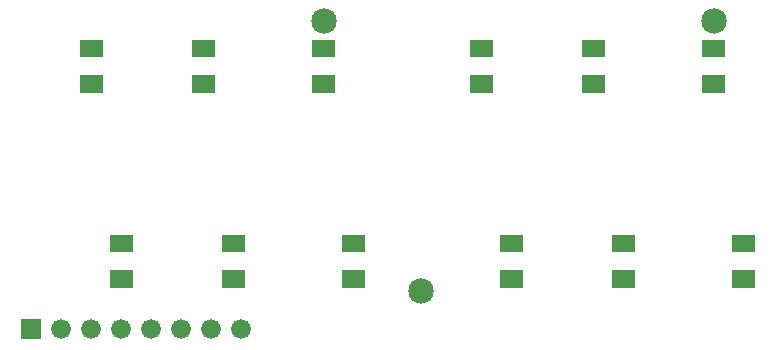
<source format=gbr>
G04 start of page 7 for group -4062 idx -4062 *
G04 Title: 26.006.01.01.01, soldermask *
G04 Creator: pcb 20100929 *
G04 CreationDate: Sat Mar 21 19:35:30 2015 UTC *
G04 For: bert *
G04 Format: Gerber/RS-274X *
G04 PCB-Dimensions: 260000 115000 *
G04 PCB-Coordinate-Origin: lower left *
%MOIN*%
%FSLAX25Y25*%
%LNBACKMASK*%
%ADD13C,0.0200*%
%ADD24C,0.0660*%
%ADD25C,0.0850*%
%ADD27R,0.0572X0.0572*%
G54D13*G36*
X1700Y8300D02*Y1700D01*
X8300D01*
Y8300D01*
X1700D01*
G37*
G54D24*X15000Y5000D03*
X25000D03*
X35000D03*
X45000D03*
X55000D03*
G54D25*X232500Y107500D03*
G54D24*X65000Y5000D03*
X75000D03*
G54D25*X135000Y17500D03*
X102500Y107500D03*
G54D27*X111516Y33405D02*X113484D01*
X71516Y21595D02*X73484D01*
X111516D02*X113484D01*
X164016Y33405D02*X165984D01*
X164016Y21595D02*X165984D01*
X34016Y33405D02*X35984D01*
X71516D02*X73484D01*
X34016Y21595D02*X35984D01*
X101516Y98405D02*X103484D01*
X101516Y86595D02*X103484D01*
X61516Y98405D02*X63484D01*
X61516Y86595D02*X63484D01*
X24016Y98405D02*X25984D01*
X24016Y86595D02*X25984D01*
X191516Y98405D02*X193484D01*
X154016D02*X155984D01*
X154016Y86595D02*X155984D01*
X191516D02*X193484D01*
X231516Y98405D02*X233484D01*
X231516Y86595D02*X233484D01*
X201516Y33405D02*X203484D01*
X201516Y21595D02*X203484D01*
X241516D02*X243484D01*
X241516Y33405D02*X243484D01*
M02*

</source>
